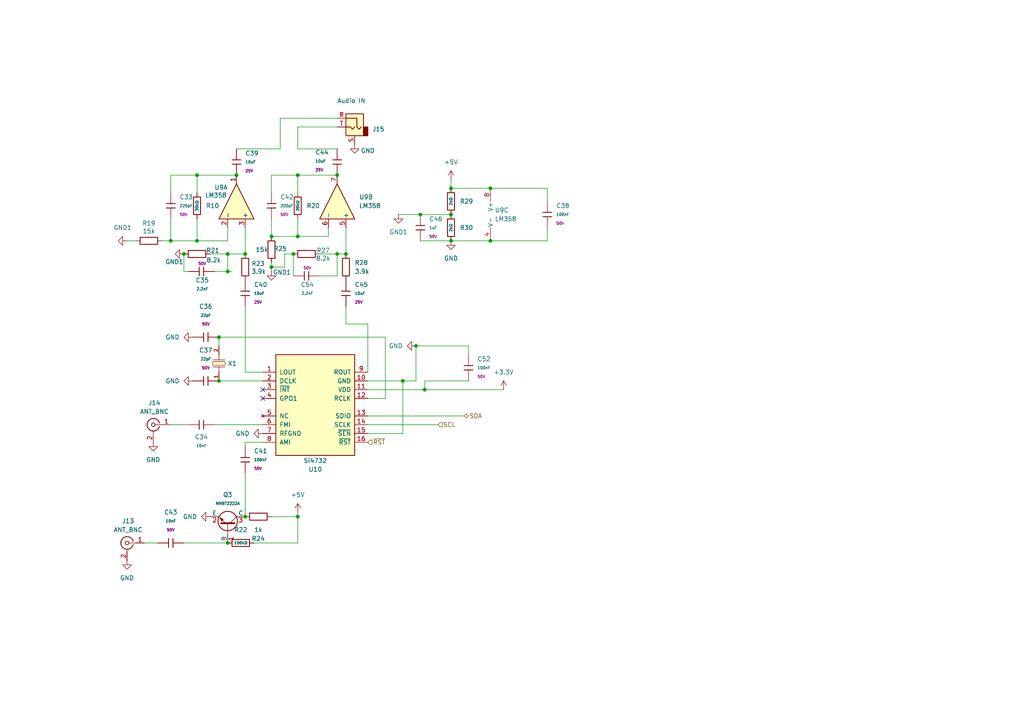
<source format=kicad_sch>
(kicad_sch (version 20250114) (generator "eeschema") (generator_version "9.0")
  (paper "A4")
  (junction (at 121.92 62.23))
  (junction (at 142.24 69.85))
  (junction (at 97.79 50.8))
  (junction (at 49.53 69.85))
  (junction (at 71.12 149.86))
  (junction (at 66.04 78.74))
  (junction (at 86.36 50.8))
  (junction (at 71.12 73.66))
  (junction (at 78.74 68.58))
  (junction (at 53.34 73.66))
  (junction (at 66.04 157.48))
  (junction (at 66.04 73.66))
  (junction (at 63.5 97.79))
  (junction (at 130.81 62.23))
  (junction (at 78.74 77.47))
  (junction (at 86.36 149.86))
  (junction (at 120.65 100.33))
  (junction (at 123.19 113.03))
  (junction (at 63.5 110.49))
  (junction (at 68.58 50.8))
  (junction (at 86.36 68.58))
  (junction (at 97.79 73.66))
  (junction (at 116.84 110.49))
  (junction (at 142.24 54.61))
  (junction (at 130.81 69.85))
  (junction (at 57.15 50.8))
  (junction (at 57.15 69.85))
  (junction (at 85.09 73.66))
  (junction (at 130.81 54.61))
  (junction (at 100.33 73.66))
  (no_connect (at 76.2 115.57))
  (no_connect (at 76.2 113.03))
  (wire (pts (xy 97.79 43.18) (xy 86.36 43.18)))
  (wire (pts (xy 130.81 52.07) (xy 130.81 54.61)))
  (wire (pts (xy 116.84 125.73) (xy 116.84 110.49)))
  (wire (pts (xy 76.2 128.27) (xy 71.12 128.27)))
  (wire (pts (xy 120.65 100.33) (xy 120.65 110.49)))
  (wire (pts (xy 78.74 76.2) (xy 78.74 77.47)))
  (wire (pts (xy 86.36 50.8) (xy 86.36 55.88)))
  (wire (pts (xy 71.12 137.16) (xy 71.12 149.86)))
  (wire (pts (xy 49.53 50.8) (xy 49.53 55.88)))
  (wire (pts (xy 76.2 110.49) (xy 63.5 110.49)))
  (wire (pts (xy 81.28 34.29) (xy 97.79 34.29)))
  (wire (pts (xy 71.12 129.54) (xy 71.12 128.27)))
  (wire (pts (xy 86.36 43.18) (xy 86.36 36.83)))
  (wire (pts (xy 53.34 157.48) (xy 66.04 157.48)))
  (wire (pts (xy 158.75 66.04) (xy 158.75 69.85)))
  (wire (pts (xy 106.68 93.98) (xy 100.33 93.98)))
  (wire (pts (xy 71.12 107.95) (xy 71.12 88.9)))
  (wire (pts (xy 71.12 107.95) (xy 76.2 107.95)))
  (wire (pts (xy 78.74 63.5) (xy 78.74 68.58)))
  (wire (pts (xy 78.74 68.58) (xy 86.36 68.58)))
  (wire (pts (xy 85.09 73.66) (xy 85.09 80.01)))
  (wire (pts (xy 123.19 113.03) (xy 146.05 113.03)))
  (wire (pts (xy 97.79 80.01) (xy 97.79 73.66)))
  (wire (pts (xy 57.15 69.85) (xy 66.04 69.85)))
  (wire (pts (xy 158.75 69.85) (xy 142.24 69.85)))
  (wire (pts (xy 106.68 123.19) (xy 127 123.19)))
  (wire (pts (xy 86.36 148.59) (xy 86.36 149.86)))
  (wire (pts (xy 57.15 50.8) (xy 57.15 55.88)))
  (wire (pts (xy 36.83 69.85) (xy 39.37 69.85)))
  (wire (pts (xy 66.04 73.66) (xy 71.12 73.66)))
  (wire (pts (xy 121.92 62.23) (xy 130.81 62.23)))
  (wire (pts (xy 78.74 149.86) (xy 86.36 149.86)))
  (wire (pts (xy 68.58 43.18) (xy 81.28 43.18)))
  (wire (pts (xy 57.15 63.5) (xy 57.15 69.85)))
  (wire (pts (xy 49.53 123.19) (xy 54.61 123.19)))
  (wire (pts (xy 130.81 69.85) (xy 142.24 69.85)))
  (wire (pts (xy 92.71 73.66) (xy 97.79 73.66)))
  (wire (pts (xy 49.53 69.85) (xy 57.15 69.85)))
  (wire (pts (xy 78.74 50.8) (xy 78.74 55.88)))
  (wire (pts (xy 106.68 125.73) (xy 116.84 125.73)))
  (wire (pts (xy 78.74 77.47) (xy 78.74 78.74)))
  (wire (pts (xy 41.91 157.48) (xy 45.72 157.48)))
  (wire (pts (xy 106.68 115.57) (xy 111.76 115.57)))
  (wire (pts (xy 62.23 123.19) (xy 76.2 123.19)))
  (wire (pts (xy 82.55 73.66) (xy 82.55 77.47)))
  (wire (pts (xy 95.25 66.04) (xy 95.25 68.58)))
  (wire (pts (xy 123.19 110.49) (xy 135.89 110.49)))
  (wire (pts (xy 97.79 73.66) (xy 100.33 73.66)))
  (wire (pts (xy 97.79 50.8) (xy 86.36 50.8)))
  (wire (pts (xy 106.68 113.03) (xy 123.19 113.03)))
  (wire (pts (xy 60.96 73.66) (xy 66.04 73.66)))
  (wire (pts (xy 66.04 78.74) (xy 67.31 78.74)))
  (wire (pts (xy 46.99 69.85) (xy 49.53 69.85)))
  (wire (pts (xy 120.65 110.49) (xy 116.84 110.49)))
  (wire (pts (xy 81.28 34.29) (xy 81.28 43.18)))
  (wire (pts (xy 68.58 50.8) (xy 57.15 50.8)))
  (wire (pts (xy 66.04 66.04) (xy 66.04 69.85)))
  (wire (pts (xy 111.76 115.57) (xy 111.76 97.79)))
  (wire (pts (xy 53.34 78.74) (xy 53.34 73.66)))
  (wire (pts (xy 86.36 157.48) (xy 73.66 157.48)))
  (wire (pts (xy 86.36 149.86) (xy 86.36 157.48)))
  (wire (pts (xy 158.75 54.61) (xy 142.24 54.61)))
  (wire (pts (xy 66.04 78.74) (xy 66.04 73.66)))
  (wire (pts (xy 57.15 50.8) (xy 49.53 50.8)))
  (wire (pts (xy 86.36 68.58) (xy 95.25 68.58)))
  (wire (pts (xy 86.36 63.5) (xy 86.36 68.58)))
  (wire (pts (xy 115.57 62.23) (xy 121.92 62.23)))
  (wire (pts (xy 106.68 110.49) (xy 116.84 110.49)))
  (wire (pts (xy 106.68 107.95) (xy 106.68 93.98)))
  (wire (pts (xy 121.92 69.85) (xy 130.81 69.85)))
  (wire (pts (xy 100.33 66.04) (xy 100.33 73.66)))
  (wire (pts (xy 82.55 77.47) (xy 78.74 77.47)))
  (wire (pts (xy 63.5 97.79) (xy 63.5 100.33)))
  (wire (pts (xy 62.23 78.74) (xy 66.04 78.74)))
  (wire (pts (xy 54.61 78.74) (xy 53.34 78.74)))
  (wire (pts (xy 135.89 100.33) (xy 135.89 102.87)))
  (wire (pts (xy 130.81 54.61) (xy 142.24 54.61)))
  (wire (pts (xy 92.71 80.01) (xy 97.79 80.01)))
  (wire (pts (xy 111.76 97.79) (xy 63.5 97.79)))
  (wire (pts (xy 71.12 66.04) (xy 71.12 73.66)))
  (wire (pts (xy 86.36 50.8) (xy 78.74 50.8)))
  (wire (pts (xy 106.68 120.65) (xy 134.62 120.65)))
  (wire (pts (xy 86.36 36.83) (xy 97.79 36.83)))
  (wire (pts (xy 123.19 110.49) (xy 123.19 113.03)))
  (wire (pts (xy 49.53 63.5) (xy 49.53 69.85)))
  (wire (pts (xy 120.65 100.33) (xy 135.89 100.33)))
  (wire (pts (xy 100.33 93.98) (xy 100.33 88.9)))
  (wire (pts (xy 158.75 58.42) (xy 158.75 54.61)))
  (wire (pts (xy 85.09 73.66) (xy 82.55 73.66)))
  (hierarchical_label "SDA" (shape bidirectional) (at 134.62 120.65 0))
  (hierarchical_label "~{RST}" (shape input) (at 106.68 128.27 0))
  (hierarchical_label "SCL" (shape input) (at 127 123.19 0))
  (symbol (lib_id "PCM_JLCPCB-Capacitors:0603,2.2nF") (at 58.42 78.74 270) (unit 1)
    (property "Reference" "C35" (at 58.674 81.28 90))
    (property "Value" "2.2nF" (at 58.674 83.82 90) (effects (font (size 0.8 0.8))))
    (property "Footprint" "PCM_JLCPCB:C_0603" (effects (hide yes)))
    (property "Datasheet" "https://www.lcsc.com/datasheet/lcsc_datasheet_2304140030_FH--Guangdong-Fenghua-Advanced-Tech-0603B222K500NT_C1604.pdf" (effects (hide yes)))
    (property "Description" "50V 2.2nF X7R ±10% 0603 Multilayer Ceramic Capacitors MLCC - SMD/SMT ROHS" (effects (hide yes)))
    (property "LCSC" "C1604" (effects (hide yes)))
    (property "Stock" "1065165" (effects (hide yes)))
    (property "Price" "0.006USD" (effects (hide yes)))
    (property "Process" "SMT" (effects (hide yes)))
    (property "Minimum Qty" "20" (effects (hide yes)))
    (property "Attrition Qty" "10" (effects (hide yes)))
    (property "Class" "Basic Component" (effects (hide yes)))
    (property "Category" "Capacitors,Multilayer Ceramic Capacitors MLCC - SMD/SMT" (effects (hide yes)))
    (property "Manufacturer" "FH(Guangdong Fenghua Advanced Tech)" (effects (hide yes)))
    (property "Part" "0603B222K500NT" (effects (hide yes)))
    (property "Voltage Rated" "50V" (at 58.674 76.454 90) (effects (font (size 0.8 0.8))))
    (property "Tolerance" "±10%" (effects (hide yes)))
    (property "Capacitance" "2.2nF" (effects (hide yes)))
    (property "Temperature Coefficient" "X7R" (effects (hide yes)))
  )
  (symbol (lib_id "Amplifier_Operational:LM358") (at 68.58 58.42 270) (mirror x) (unit 1)
    (property "Reference" "U9" (at 66.04 54.356 90) (effects (justify right)))
    (property "Value" "LM358" (at 65.786 56.642 90) (effects (justify right)))
    (property "Footprint" "Package_SO:SOP-8_3.9x4.9mm_P1.27mm" (effects (hide yes)))
    (property "Datasheet" "http://www.ti.com/lit/ds/symlink/lm2904-n.pdf" (effects (hide yes)))
    (property "Description" "Low-Power, Dual Operational Amplifiers, DIP-8/SOIC-8/TO-99-8" (effects (hide yes)))
  )
  (symbol (lib_id "PCM_JLCPCB-Capacitors:0603,22pF") (at 59.69 97.79 90) (unit 1)
    (property "Reference" "C36" (at 59.69 88.9 90))
    (property "Value" "22pF" (at 59.69 91.44 90) (effects (font (size 0.8 0.8))))
    (property "Footprint" "PCM_JLCPCB:C_0603" (effects (hide yes)))
    (property "Datasheet" "https://www.lcsc.com/datasheet/lcsc_datasheet_2304140030_Samsung-Electro-Mechanics-CL10C220JB8NNNC_C1653.pdf" (effects (hide yes)))
    (property "Description" "50V 22pF C0G ±5% 0603 Multilayer Ceramic Capacitors MLCC - SMD/SMT ROHS" (effects (hide yes)))
    (property "LCSC" "C1653" (effects (hide yes)))
    (property "Stock" "1904002" (effects (hide yes)))
    (property "Price" "0.007USD" (effects (hide yes)))
    (property "Process" "SMT" (effects (hide yes)))
    (property "Minimum Qty" "20" (effects (hide yes)))
    (property "Attrition Qty" "10" (effects (hide yes)))
    (property "Class" "Basic Component" (effects (hide yes)))
    (property "Category" "Capacitors,Multilayer Ceramic Capacitors MLCC - SMD/SMT" (effects (hide yes)))
    (property "Manufacturer" "Samsung Electro-Mechanics" (effects (hide yes)))
    (property "Part" "CL10C220JB8NNNC" (effects (hide yes)))
    (property "Voltage Rated" "50V" (at 59.69 93.98 90) (effects (font (size 0.8 0.8))))
    (property "Tolerance" "±5%" (effects (hide yes)))
    (property "Capacitance" "22pF" (effects (hide yes)))
    (property "Temperature Coefficient" "C0G" (effects (hide yes)))
  )
  (symbol (lib_id "Amplifier_Operational:LM358") (at 97.79 58.42 270) (mirror x) (unit 2)
    (property "Reference" "U9" (at 104.14 57.1499 90) (effects (justify left)))
    (property "Value" "LM358" (at 104.14 59.6899 90) (effects (justify left)))
    (property "Footprint" "Package_SO:SOP-8_3.9x4.9mm_P1.27mm" (effects (hide yes)))
    (property "Datasheet" "http://www.ti.com/lit/ds/symlink/lm2904-n.pdf" (effects (hide yes)))
    (property "Description" "Low-Power, Dual Operational Amplifiers, DIP-8/SOIC-8/TO-99-8" (effects (hide yes)))
  )
  (symbol (lib_id "Device:R") (at 78.74 72.39 0) (unit 1)
    (property "Reference" "R25" (at 81.28 72.136 0))
    (property "Value" "15k" (at 75.946 72.39 0))
    (property "Footprint" "Resistor_SMD:R_0805_2012Metric" (effects (hide yes)))
    (property "Description" "Resistor" (effects (hide yes)))
    (property "LCSC" "C17475" (effects (hide yes)))
  )
  (symbol (lib_id "power:GND") (at 55.88 110.49 270) (unit 1)
    (property "Reference" "#PWR077" (effects (hide yes)))
    (property "Value" "GND" (at 52.07 110.4901 90) (effects (justify right)))
    (property "Description" "Power symbol creates a global label with name \"GND\" , ground" (effects (hide yes)))
  )
  (symbol (lib_id "PCM_JLCPCB-Capacitors:0805,10uF") (at 97.79 46.99 0) (unit 1)
    (property "Reference" "C44" (at 91.44 44.196 0) (effects (justify left)))
    (property "Value" "10uF" (at 91.44 46.7361 0) (effects (font (size 0.8 0.8)) (justify left)))
    (property "Footprint" "PCM_JLCPCB:C_0805" (effects (hide yes)))
    (property "Datasheet" "https://www.lcsc.com/datasheet/lcsc_datasheet_2304140030_Samsung-Electro-Mechanics-CL21A106KAYNNNE_C15850.pdf" (effects (hide yes)))
    (property "Description" "25V 10uF X5R ±10% 0805 Multilayer Ceramic Capacitors MLCC - SMD/SMT ROHS" (effects (hide yes)))
    (property "LCSC" "C15850" (effects (hide yes)))
    (property "Stock" "8463195" (effects (hide yes)))
    (property "Price" "0.012USD" (effects (hide yes)))
    (property "Process" "SMT" (effects (hide yes)))
    (property "Minimum Qty" "20" (effects (hide yes)))
    (property "Attrition Qty" "10" (effects (hide yes)))
    (property "Class" "Basic Component" (effects (hide yes)))
    (property "Category" "Capacitors,Multilayer Ceramic Capacitors MLCC - SMD/SMT" (effects (hide yes)))
    (property "Manufacturer" "Samsung Electro-Mechanics" (effects (hide yes)))
    (property "Part" "CL21A106KAYNNNE" (effects (hide yes)))
    (property "Voltage Rated" "25V" (at 91.44 49.2761 0) (effects (font (size 0.8 0.8)) (justify left)))
    (property "Tolerance" "±10%" (effects (hide yes)))
    (property "Capacitance" "10uF" (effects (hide yes)))
    (property "Temperature Coefficient" "X5R" (effects (hide yes)))
  )
  (symbol (lib_id "PCM_JLCPCB-Capacitors:0603,100nF") (at 71.12 133.35 0) (unit 1)
    (property "Reference" "C41" (at 73.66 130.8099 0) (effects (justify left)))
    (property "Value" "100nF" (at 73.66 133.35 0) (effects (font (size 0.8 0.8)) (justify left)))
    (property "Footprint" "PCM_JLCPCB:C_0603" (effects (hide yes)))
    (property "Datasheet" "https://www.lcsc.com/datasheet/lcsc_datasheet_2211101700_YAGEO-CC0603KRX7R9BB104_C14663.pdf" (effects (hide yes)))
    (property "Description" "50V 100nF X7R ±10% 0603 Multilayer Ceramic Capacitors MLCC - SMD/SMT ROHS" (effects (hide yes)))
    (property "LCSC" "C14663" (effects (hide yes)))
    (property "Stock" "26955947" (effects (hide yes)))
    (property "Price" "0.006USD" (effects (hide yes)))
    (property "Process" "SMT" (effects (hide yes)))
    (property "Minimum Qty" "20" (effects (hide yes)))
    (property "Attrition Qty" "10" (effects (hide yes)))
    (property "Class" "Basic Component" (effects (hide yes)))
    (property "Category" "Capacitors,Multilayer Ceramic Capacitors MLCC - SMD/SMT" (effects (hide yes)))
    (property "Manufacturer" "YAGEO" (effects (hide yes)))
    (property "Part" "CC0603KRX7R9BB104" (effects (hide yes)))
    (property "Voltage Rated" "50V" (at 73.66 135.89 0) (effects (font (size 0.8 0.8)) (justify left)))
    (property "Tolerance" "±10%" (effects (hide yes)))
    (property "Capacitance" "100nF" (effects (hide yes)))
    (property "Temperature Coefficient" "X7R" (effects (hide yes)))
  )
  (symbol (lib_id "power:GND") (at 44.45 128.27 0) (unit 1)
    (property "Reference" "#PWR074" (effects (hide yes)))
    (property "Value" "GND" (at 44.45 133.35 0))
    (property "Description" "Power symbol creates a global label with name \"GND\" , ground" (effects (hide yes)))
  )
  (symbol (lib_id "PCM_JLCPCB-Capacitors:0805,10uF") (at 68.58 46.99 0) (unit 1)
    (property "Reference" "C39" (at 71.12 44.4499 0) (effects (justify left)))
    (property "Value" "10uF" (at 71.12 46.99 0) (effects (font (size 0.8 0.8)) (justify left)))
    (property "Footprint" "PCM_JLCPCB:C_0805" (effects (hide yes)))
    (property "Datasheet" "https://www.lcsc.com/datasheet/lcsc_datasheet_2304140030_Samsung-Electro-Mechanics-CL21A106KAYNNNE_C15850.pdf" (effects (hide yes)))
    (property "Description" "25V 10uF X5R ±10% 0805 Multilayer Ceramic Capacitors MLCC - SMD/SMT ROHS" (effects (hide yes)))
    (property "LCSC" "C15850" (effects (hide yes)))
    (property "Stock" "8463195" (effects (hide yes)))
    (property "Price" "0.012USD" (effects (hide yes)))
    (property "Process" "SMT" (effects (hide yes)))
    (property "Minimum Qty" "20" (effects (hide yes)))
    (property "Attrition Qty" "10" (effects (hide yes)))
    (property "Class" "Basic Component" (effects (hide yes)))
    (property "Category" "Capacitors,Multilayer Ceramic Capacitors MLCC - SMD/SMT" (effects (hide yes)))
    (property "Manufacturer" "Samsung Electro-Mechanics" (effects (hide yes)))
    (property "Part" "CL21A106KAYNNNE" (effects (hide yes)))
    (property "Voltage Rated" "25V" (at 71.12 49.53 0) (effects (font (size 0.8 0.8)) (justify left)))
    (property "Tolerance" "±10%" (effects (hide yes)))
    (property "Capacitance" "10uF" (effects (hide yes)))
    (property "Temperature Coefficient" "X5R" (effects (hide yes)))
  )
  (symbol (lib_id "Device:R") (at 100.33 77.47 180) (unit 1)
    (property "Reference" "R28" (at 102.87 76.1999 0) (effects (justify right)))
    (property "Value" "3.9k" (at 102.87 78.7399 0) (effects (justify right)))
    (property "Footprint" "Resistor_SMD:R_0805_2012Metric" (effects (hide yes)))
    (property "Description" "Resistor" (effects (hide yes)))
    (property "LCSC" "C17614" (effects (hide yes)))
  )
  (symbol (lib_id "power:GND") (at 36.83 69.85 270) (unit 1)
    (property "Reference" "#PWR072" (effects (hide yes)))
    (property "Value" "GND1" (at 35.56 66.04 90))
    (property "Description" "Power symbol creates a global label with name \"GND\" , ground" (effects (hide yes)))
  )
  (symbol (lib_id "PCM_JLCPCB-Capacitors:0603,22pF") (at 59.69 110.49 270) (unit 1)
    (property "Reference" "C37" (at 59.69 101.6 90))
    (property "Value" "22pF" (at 59.69 104.14 90) (effects (font (size 0.8 0.8))))
    (property "Footprint" "PCM_JLCPCB:C_0603" (effects (hide yes)))
    (property "Datasheet" "https://www.lcsc.com/datasheet/lcsc_datasheet_2304140030_Samsung-Electro-Mechanics-CL10C220JB8NNNC_C1653.pdf" (effects (hide yes)))
    (property "Description" "50V 22pF C0G ±5% 0603 Multilayer Ceramic Capacitors MLCC - SMD/SMT ROHS" (effects (hide yes)))
    (property "LCSC" "C1653" (effects (hide yes)))
    (property "Stock" "1904002" (effects (hide yes)))
    (property "Price" "0.007USD" (effects (hide yes)))
    (property "Process" "SMT" (effects (hide yes)))
    (property "Minimum Qty" "20" (effects (hide yes)))
    (property "Attrition Qty" "10" (effects (hide yes)))
    (property "Class" "Basic Component" (effects (hide yes)))
    (property "Category" "Capacitors,Multilayer Ceramic Capacitors MLCC - SMD/SMT" (effects (hide yes)))
    (property "Manufacturer" "Samsung Electro-Mechanics" (effects (hide yes)))
    (property "Part" "CL10C220JB8NNNC" (effects (hide yes)))
    (property "Voltage Rated" "50V" (at 59.69 106.68 90) (effects (font (size 0.8 0.8))))
    (property "Tolerance" "±5%" (effects (hide yes)))
    (property "Capacitance" "22pF" (effects (hide yes)))
    (property "Temperature Coefficient" "C0G" (effects (hide yes)))
  )
  (symbol (lib_id "Device:R") (at 88.9 73.66 270) (unit 1)
    (property "Reference" "R27" (at 93.726 72.644 90))
    (property "Value" "8.2k" (at 93.726 74.93 90))
    (property "Footprint" "Resistor_SMD:R_0805_2012Metric" (effects (hide yes)))
    (property "Description" "Resistor" (effects (hide yes)))
    (property "LCSC" "C17828" (effects (hide yes)))
  )
  (symbol (lib_id "power:GND") (at 120.65 100.33 270) (unit 1)
    (property "Reference" "#PWR084" (effects (hide yes)))
    (property "Value" "GND" (at 116.84 100.3299 90) (effects (justify right)))
    (property "Description" "Power symbol creates a global label with name \"GND\" , ground" (effects (hide yes)))
  )
  (symbol (lib_id "Amplifier_Operational:LM358") (at 139.7 62.23 0) (mirror y) (unit 3)
    (property "Reference" "U9" (at 143.51 60.9599 0) (effects (justify right)))
    (property "Value" "LM358" (at 143.51 63.4999 0) (effects (justify right)))
    (property "Footprint" "Package_SO:SOP-8_3.9x4.9mm_P1.27mm" (effects (hide yes)))
    (property "Datasheet" "http://www.ti.com/lit/ds/symlink/lm2904-n.pdf" (effects (hide yes)))
    (property "Description" "Low-Power, Dual Operational Amplifiers, DIP-8/SOIC-8/TO-99-8" (effects (hide yes)))
  )
  (symbol (lib_id "PCM_JLCPCB-Capacitors:0805,10uF") (at 100.33 85.09 0) (unit 1)
    (property "Reference" "C45" (at 102.87 82.5499 0) (effects (justify left)))
    (property "Value" "10uF" (at 102.87 85.09 0) (effects (font (size 0.8 0.8)) (justify left)))
    (property "Footprint" "PCM_JLCPCB:C_0805" (effects (hide yes)))
    (property "Datasheet" "https://www.lcsc.com/datasheet/lcsc_datasheet_2304140030_Samsung-Electro-Mechanics-CL21A106KAYNNNE_C15850.pdf" (effects (hide yes)))
    (property "Description" "25V 10uF X5R ±10% 0805 Multilayer Ceramic Capacitors MLCC - SMD/SMT ROHS" (effects (hide yes)))
    (property "LCSC" "C15850" (effects (hide yes)))
    (property "Stock" "8463195" (effects (hide yes)))
    (property "Price" "0.012USD" (effects (hide yes)))
    (property "Process" "SMT" (effects (hide yes)))
    (property "Minimum Qty" "20" (effects (hide yes)))
    (property "Attrition Qty" "10" (effects (hide yes)))
    (property "Class" "Basic Component" (effects (hide yes)))
    (property "Category" "Capacitors,Multilayer Ceramic Capacitors MLCC - SMD/SMT" (effects (hide yes)))
    (property "Manufacturer" "Samsung Electro-Mechanics" (effects (hide yes)))
    (property "Part" "CL21A106KAYNNNE" (effects (hide yes)))
    (property "Voltage Rated" "25V" (at 102.87 87.63 0) (effects (font (size 0.8 0.8)) (justify left)))
    (property "Tolerance" "±10%" (effects (hide yes)))
    (property "Capacitance" "10uF" (effects (hide yes)))
    (property "Temperature Coefficient" "X5R" (effects (hide yes)))
  )
  (symbol (lib_id "PCM_JLCPCB-Resistors:0603,39kΩ") (at 86.36 59.69 0) (unit 1)
    (property "Reference" "R20" (at 88.9 59.6899 0) (effects (justify left)))
    (property "Value" "39kΩ" (at 86.36 59.69 90) (effects (font (size 0.8 0.8))))
    (property "Footprint" "PCM_JLCPCB:R_0603" (effects (hide yes)))
    (property "Datasheet" "https://www.lcsc.com/datasheet/lcsc_datasheet_2206010116_UNI-ROYAL-Uniroyal-Elec-0603WAF3902T5E_C23153.pdf" (effects (hide yes)))
    (property "Description" "100mW Thick Film Resistors 75V ±100ppm/°C ±1% 39kΩ 0603 Chip Resistor - Surface Mount ROHS" (effects (hide yes)))
    (property "LCSC" "C23153" (effects (hide yes)))
    (property "Stock" "647000" (effects (hide yes)))
    (property "Price" "0.004USD" (effects (hide yes)))
    (property "Process" "SMT" (effects (hide yes)))
    (property "Minimum Qty" "20" (effects (hide yes)))
    (property "Attrition Qty" "10" (effects (hide yes)))
    (property "Class" "Basic Component" (effects (hide yes)))
    (property "Category" "Resistors,Chip Resistor - Surface Mount" (effects (hide yes)))
    (property "Manufacturer" "UNI-ROYAL(Uniroyal Elec)" (effects (hide yes)))
    (property "Part" "0603WAF3902T5E" (effects (hide yes)))
    (property "Resistance" "39kΩ" (effects (hide yes)))
    (property "Power(Watts)" "100mW" (effects (hide yes)))
    (property "Type" "Thick Film Resistors" (effects (hide yes)))
    (property "Overload Voltage (Max)" "75V" (effects (hide yes)))
    (property "Operating Temperature Range" "-55°C~+155°C" (effects (hide yes)))
    (property "Tolerance" "±1%" (effects (hide yes)))
    (property "Temperature Coefficient" "±100ppm/°C" (effects (hide yes)))
  )
  (symbol (lib_id "power:GND") (at 76.2 125.73 270) (unit 1)
    (property "Reference" "#PWR079" (effects (hide yes)))
    (property "Value" "GND" (at 72.39 125.7301 90) (effects (justify right)))
    (property "Description" "Power symbol creates a global label with name \"GND\" , ground" (effects (hide yes)))
  )
  (symbol (lib_id "PCM_JLCPCB-Capacitors:0603,100nF") (at 158.75 62.23 0) (unit 1)
    (property "Reference" "C38" (at 161.29 59.6899 0) (effects (justify left)))
    (property "Value" "100nF" (at 161.29 62.23 0) (effects (font (size 0.8 0.8)) (justify left)))
    (property "Footprint" "PCM_JLCPCB:C_0603" (effects (hide yes)))
    (property "Datasheet" "https://www.lcsc.com/datasheet/lcsc_datasheet_2211101700_YAGEO-CC0603KRX7R9BB104_C14663.pdf" (effects (hide yes)))
    (property "Description" "50V 100nF X7R ±10% 0603 Multilayer Ceramic Capacitors MLCC - SMD/SMT ROHS" (effects (hide yes)))
    (property "LCSC" "C14663" (effects (hide yes)))
    (property "Stock" "26955947" (effects (hide yes)))
    (property "Price" "0.006USD" (effects (hide yes)))
    (property "Process" "SMT" (effects (hide yes)))
    (property "Minimum Qty" "20" (effects (hide yes)))
    (property "Attrition Qty" "10" (effects (hide yes)))
    (property "Class" "Basic Component" (effects (hide yes)))
    (property "Category" "Capacitors,Multilayer Ceramic Capacitors MLCC - SMD/SMT" (effects (hide yes)))
    (property "Manufacturer" "YAGEO" (effects (hide yes)))
    (property "Part" "CC0603KRX7R9BB104" (effects (hide yes)))
    (property "Voltage Rated" "50V" (at 161.29 64.77 0) (effects (font (size 0.8 0.8)) (justify left)))
    (property "Tolerance" "±10%" (effects (hide yes)))
    (property "Capacitance" "100nF" (effects (hide yes)))
    (property "Temperature Coefficient" "X7R" (effects (hide yes)))
  )
  (symbol (lib_id "power:GND") (at 36.83 162.56 0) (unit 1)
    (property "Reference" "#PWR073" (effects (hide yes)))
    (property "Value" "GND" (at 36.83 167.64 0))
    (property "Description" "Power symbol creates a global label with name \"GND\" , ground" (effects (hide yes)))
  )
  (symbol (lib_id "power:+3.3V") (at 146.05 113.03 0) (unit 1)
    (property "Reference" "#PWR087" (effects (hide yes)))
    (property "Value" "+3.3V" (at 146.05 107.95 0))
    (property "Description" "Power symbol creates a global label with name \"+3.3V\"" (effects (hide yes)))
  )
  (symbol (lib_id "PCM_JLCPCB-Capacitors:0805,10uF") (at 71.12 85.09 0) (unit 1)
    (property "Reference" "C40" (at 73.66 82.5499 0) (effects (justify left)))
    (property "Value" "10uF" (at 73.66 85.09 0) (effects (font (size 0.8 0.8)) (justify left)))
    (property "Footprint" "PCM_JLCPCB:C_0805" (effects (hide yes)))
    (property "Datasheet" "https://www.lcsc.com/datasheet/lcsc_datasheet_2304140030_Samsung-Electro-Mechanics-CL21A106KAYNNNE_C15850.pdf" (effects (hide yes)))
    (property "Description" "25V 10uF X5R ±10% 0805 Multilayer Ceramic Capacitors MLCC - SMD/SMT ROHS" (effects (hide yes)))
    (property "LCSC" "C15850" (effects (hide yes)))
    (property "Stock" "8463195" (effects (hide yes)))
    (property "Price" "0.012USD" (effects (hide yes)))
    (property "Process" "SMT" (effects (hide yes)))
    (property "Minimum Qty" "20" (effects (hide yes)))
    (property "Attrition Qty" "10" (effects (hide yes)))
    (property "Class" "Basic Component" (effects (hide yes)))
    (property "Category" "Capacitors,Multilayer Ceramic Capacitors MLCC - SMD/SMT" (effects (hide yes)))
    (property "Manufacturer" "Samsung Electro-Mechanics" (effects (hide yes)))
    (property "Part" "CL21A106KAYNNNE" (effects (hide yes)))
    (property "Voltage Rated" "25V" (at 73.66 87.63 0) (effects (font (size 0.8 0.8)) (justify left)))
    (property "Tolerance" "±10%" (effects (hide yes)))
    (property "Capacitance" "10uF" (effects (hide yes)))
    (property "Temperature Coefficient" "X5R" (effects (hide yes)))
  )
  (symbol (lib_id "power:+5V") (at 86.36 148.59 0) (unit 1)
    (property "Reference" "#PWR081" (effects (hide yes)))
    (property "Value" "+5V" (at 86.36 143.51 0))
    (property "Description" "Power symbol creates a global label with name \"+5V\"" (effects (hide yes)))
  )
  (symbol (lib_id "power:GND") (at 53.34 73.66 270) (unit 1)
    (property "Reference" "#PWR075" (effects (hide yes)))
    (property "Value" "GND1" (at 50.546 75.946 90))
    (property "Description" "Power symbol creates a global label with name \"GND\" , ground" (effects (hide yes)))
  )
  (symbol (lib_id "PCM_JLCPCB-Resistors:0603,100kΩ") (at 69.85 157.48 90) (unit 1)
    (property "Reference" "R22" (at 69.85 153.67 90))
    (property "Value" "100kΩ" (at 69.85 157.48 90) (effects (font (size 0.8 0.8))))
    (property "Footprint" "PCM_JLCPCB:R_0603" (effects (hide yes)))
    (property "Datasheet" "https://www.lcsc.com/datasheet/lcsc_datasheet_2206010045_UNI-ROYAL-Uniroyal-Elec-0603WAF1003T5E_C25803.pdf" (effects (hide yes)))
    (property "Description" "100mW Thick Film Resistors 75V ±100ppm/°C ±1% 100kΩ 0603 Chip Resistor - Surface Mount ROHS" (effects (hide yes)))
    (property "LCSC" "C25803" (effects (hide yes)))
    (property "Stock" "6801274" (effects (hide yes)))
    (property "Price" "0.004USD" (effects (hide yes)))
    (property "Process" "SMT" (effects (hide yes)))
    (property "Minimum Qty" "20" (effects (hide yes)))
    (property "Attrition Qty" "10" (effects (hide yes)))
    (property "Class" "Basic Component" (effects (hide yes)))
    (property "Category" "Resistors,Chip Resistor - Surface Mount" (effects (hide yes)))
    (property "Manufacturer" "UNI-ROYAL(Uniroyal Elec)" (effects (hide yes)))
    (property "Part" "0603WAF1003T5E" (effects (hide yes)))
    (property "Resistance" "100kΩ" (effects (hide yes)))
    (property "Power(Watts)" "100mW" (effects (hide yes)))
    (property "Type" "Thick Film Resistors" (effects (hide yes)))
    (property "Overload Voltage (Max)" "75V" (effects (hide yes)))
    (property "Operating Temperature Range" "-55°C~+155°C" (effects (hide yes)))
    (property "Tolerance" "±1%" (effects (hide yes)))
    (property "Temperature Coefficient" "±100ppm/°C" (effects (hide yes)))
  )
  (symbol (lib_id "power:GND") (at 115.57 62.23 0) (unit 1)
    (property "Reference" "#PWR083" (effects (hide yes)))
    (property "Value" "GND1" (at 115.57 67.31 0))
    (property "Description" "Power symbol creates a global label with name \"GND\" , ground" (effects (hide yes)))
  )
  (symbol (lib_id "Device:R") (at 43.18 69.85 270) (unit 1)
    (property "Reference" "R19" (at 43.18 64.77 90))
    (property "Value" "15k" (at 43.18 67.056 90))
    (property "Footprint" "Resistor_SMD:R_0805_2012Metric" (effects (hide yes)))
    (property "Description" "Resistor" (effects (hide yes)))
    (property "LCSC" " C17475" (effects (hide yes)))
  )
  (symbol (lib_id "PCM_JLCPCB-Capacitors:0603,2.2nF") (at 88.9 80.01 270) (unit 1)
    (property "Reference" "C54" (at 89.154 82.55 90))
    (property "Value" "2.2nF" (at 89.154 85.09 90) (effects (font (size 0.8 0.8))))
    (property "Footprint" "PCM_JLCPCB:C_0603" (effects (hide yes)))
    (property "Datasheet" "https://www.lcsc.com/datasheet/lcsc_datasheet_2304140030_FH--Guangdong-Fenghua-Advanced-Tech-0603B222K500NT_C1604.pdf" (effects (hide yes)))
    (property "Description" "50V 2.2nF X7R ±10% 0603 Multilayer Ceramic Capacitors MLCC - SMD/SMT ROHS" (effects (hide yes)))
    (property "LCSC" "C1604" (effects (hide yes)))
    (property "Stock" "1065165" (effects (hide yes)))
    (property "Price" "0.006USD" (effects (hide yes)))
    (property "Process" "SMT" (effects (hide yes)))
    (property "Minimum Qty" "20" (effects (hide yes)))
    (property "Attrition Qty" "10" (effects (hide yes)))
    (property "Class" "Basic Component" (effects (hide yes)))
    (property "Category" "Capacitors,Multilayer Ceramic Capacitors MLCC - SMD/SMT" (effects (hide yes)))
    (property "Manufacturer" "FH(Guangdong Fenghua Advanced Tech)" (effects (hide yes)))
    (property "Part" "0603B222K500NT" (effects (hide yes)))
    (property "Voltage Rated" "50V" (at 89.154 77.724 90) (effects (font (size 0.8 0.8))))
    (property "Tolerance" "±10%" (effects (hide yes)))
    (property "Capacitance" "2.2nF" (effects (hide yes)))
    (property "Temperature Coefficient" "X7R" (effects (hide yes)))
  )
  (symbol (lib_id "Connector:Conn_Coaxial") (at 44.45 123.19 0) (mirror y) (unit 1)
    (property "Reference" "J14" (at 44.7674 116.84 0))
    (property "Value" "ANT_BNC" (at 44.7674 119.38 0))
    (property "Footprint" "Connector_Coaxial:BNC_TEConnectivity_1478204_Vertical" (effects (hide yes)))
  )
  (symbol (lib_id "PCM_JLCPCB-Transistors:NPN,MMBT2222A") (at 66.04 152.4 270) (mirror x) (unit 1)
    (property "Reference" "Q3" (at 66.04 143.51 90))
    (property "Value" "MMBT2222A" (at 66.04 146.05 90) (effects (font (size 0.8 0.8))))
    (property "Footprint" "PCM_JLCPCB:Q_SOT-23" (effects (hide yes)))
    (property "Datasheet" "https://wmsc.lcsc.com/wmsc/upload/file/pdf/v2/lcsc/2312221203_hongjiacheng-MMBT2222A_C7420351.pdf" (effects (hide yes)))
    (property "Description" "40V 300mW 100@150mA,10V 600mA NPN SOT-23 Bipolar (BJT) ROHS" (effects (hide yes)))
    (property "LCSC" "C7420351" (effects (hide yes)))
    (property "Stock" "164032" (effects (hide yes)))
    (property "Price" "0.017USD" (effects (hide yes)))
    (property "Process" "SMT" (effects (hide yes)))
    (property "Minimum Qty" "10" (effects (hide yes)))
    (property "Attrition Qty" "5" (effects (hide yes)))
    (property "Class" "Preferred Component" (effects (hide yes)))
    (property "Category" "Triode/MOS Tube/Transistor,Bipolar Transistors - BJT" (effects (hide yes)))
    (property "Manufacturer" "hongjiacheng" (effects (hide yes)))
    (property "Part" "MMBT2222A" (effects (hide yes)))
    (property "Transition Frequency (fT)" "300MHz" (effects (hide yes)))
    (property "Operating Temperature" "-55°C~+150°C" (effects (hide yes)))
    (property "Collector Cut-Off Current (Icbo)" "0.1uA" (effects (hide yes)))
    (property "Transistor Type" "NPN" (effects (hide yes)))
    (property "DC Current Gain (hFE@Ic,Vce)" "100@150mA,10V" (effects (hide yes)))
    (property "Power Dissipation (Pd)" "300mW" (effects (hide yes)))
    (property "Collector Current (Ic)" "600mA" (effects (hide yes)))
    (property "Collector-Emitter Saturation Voltage (VCE(sat)@Ic,Ib)" "0.3V@800mA,80mA" (effects (hide yes)))
    (property "Collector-Emitter Breakdown Voltage (Vceo)" "null" (effects (hide yes)))
  )
  (symbol (lib_id "power:GND") (at 55.88 97.79 270) (unit 1)
    (property "Reference" "#PWR076" (effects (hide yes)))
    (property "Value" "GND" (at 52.07 97.7901 90) (effects (justify right)))
    (property "Description" "Power symbol creates a global label with name \"GND\" , ground" (effects (hide yes)))
  )
  (symbol (lib_id "power:GND") (at 60.96 149.86 270) (unit 1)
    (property "Reference" "#PWR078" (effects (hide yes)))
    (property "Value" "GND" (at 57.15 149.8601 90) (effects (justify right)))
    (property "Description" "Power symbol creates a global label with name \"GND\" , ground" (effects (hide yes)))
  )
  (symbol (lib_id "PCM_JLCPCB-Capacitors:0805,1uF") (at 121.92 66.04 0) (unit 1)
    (property "Reference" "C46" (at 124.46 63.4999 0) (effects (justify left)))
    (property "Value" "1uF" (at 124.46 66.04 0) (effects (font (size 0.8 0.8)) (justify left)))
    (property "Footprint" "PCM_JLCPCB:C_0805" (effects (hide yes)))
    (property "Datasheet" "https://www.lcsc.com/datasheet/lcsc_datasheet_2304140030_Samsung-Electro-Mechanics-CL21B105KBFNNNE_C28323.pdf" (effects (hide yes)))
    (property "Description" "50V 1uF X7R ±10% 0805 Multilayer Ceramic Capacitors MLCC - SMD/SMT ROHS" (effects (hide yes)))
    (property "LCSC" "C28323" (effects (hide yes)))
    (property "Stock" "3839808" (effects (hide yes)))
    (property "Price" "0.011USD" (effects (hide yes)))
    (property "Process" "SMT" (effects (hide yes)))
    (property "Minimum Qty" "20" (effects (hide yes)))
    (property "Attrition Qty" "6" (effects (hide yes)))
    (property "Class" "Basic Component" (effects (hide yes)))
    (property "Category" "Capacitors,Multilayer Ceramic Capacitors MLCC - SMD/SMT" (effects (hide yes)))
    (property "Manufacturer" "Samsung Electro-Mechanics" (effects (hide yes)))
    (property "Part" "CL21B105KBFNNNE" (effects (hide yes)))
    (property "Voltage Rated" "50V" (at 124.46 68.58 0) (effects (font (size 0.8 0.8)) (justify left)))
    (property "Tolerance" "±10%" (effects (hide yes)))
    (property "Capacitance" "1uF" (effects (hide yes)))
    (property "Temperature Coefficient" "X7R" (effects (hide yes)))
  )
  (symbol (lib_name "Si4735-D60-GU_1") (lib_id "RF_AM_FM:Si4735-D60-GU") (at 91.44 115.57 0) (unit 1)
    (property "Reference" "U10" (at 91.44 136.144 0))
    (property "Value" "Si4732" (at 91.44 133.604 0))
    (property "Footprint" "Package_SO:SOIC-16_3.9x9.9mm_P1.27mm" (effects (hide yes)))
    (property "Datasheet" "https://wmsc.lcsc.com/wmsc/upload/file/pdf/v2/lcsc/2202032030_SKYWORKS-SILICON-LABS-SI4732-A10-GSR_C2155558.pdf" (effects (hide yes)))
    (property "Description" "AM/FM/SW/LW Broadcast Radio Receiver with RDS/RBDS" (effects (hide yes)))
    (property "LCSC" "C2155558" (effects (hide yes)))
  )
  (symbol (lib_id "PCM_JLCPCB-Resistors:0805,2kΩ") (at 130.81 58.42 0) (unit 1)
    (property "Reference" "R29" (at 133.35 58.4199 0) (effects (justify left)))
    (property "Value" "2kΩ" (at 130.81 58.42 90) (effects (font (size 0.8 0.8))))
    (property "Footprint" "PCM_JLCPCB:R_0805" (effects (hide yes)))
    (property "Datasheet" "https://www.lcsc.com/datasheet/lcsc_datasheet_2206010200_UNI-ROYAL-Uniroyal-Elec-0805W8F2001T5E_C17604.pdf" (effects (hide yes)))
    (property "Description" "125mW Thick Film Resistors 150V ±100ppm/°C ±1% 2kΩ 0805 Chip Resistor - Surface Mount ROHS" (effects (hide yes)))
    (property "LCSC" "C17604" (effects (hide yes)))
    (property "Stock" "1189551" (effects (hide yes)))
    (property "Price" "0.005USD" (effects (hide yes)))
    (property "Process" "SMT" (effects (hide yes)))
    (property "Minimum Qty" "20" (effects (hide yes)))
    (property "Attrition Qty" "10" (effects (hide yes)))
    (property "Class" "Basic Component" (effects (hide yes)))
    (property "Category" "Resistors,Chip Resistor - Surface Mount" (effects (hide yes)))
    (property "Manufacturer" "UNI-ROYAL(Uniroyal Elec)" (effects (hide yes)))
    (property "Part" "0805W8F2001T5E" (effects (hide yes)))
    (property "Resistance" "2kΩ" (effects (hide yes)))
    (property "Power(Watts)" "125mW" (effects (hide yes)))
    (property "Type" "Thick Film Resistors" (effects (hide yes)))
    (property "Overload Voltage (Max)" "150V" (effects (hide yes)))
    (property "Operating Temperature Range" "-55°C~+155°C" (effects (hide yes)))
    (property "Tolerance" "±1%" (effects (hide yes)))
    (property "Temperature Coefficient" "±100ppm/°C" (effects (hide yes)))
  )
  (symbol (lib_id "PCM_JLCPCB-Resistors:0603,39kΩ") (at 57.15 59.69 0) (unit 1)
    (property "Reference" "R10" (at 59.69 59.6899 0) (effects (justify left)))
    (property "Value" "39kΩ" (at 57.15 59.69 90) (effects (font (size 0.8 0.8))))
    (property "Footprint" "PCM_JLCPCB:R_0603" (effects (hide yes)))
    (property "Datasheet" "https://www.lcsc.com/datasheet/lcsc_datasheet_2206010116_UNI-ROYAL-Uniroyal-Elec-0603WAF3902T5E_C23153.pdf" (effects (hide yes)))
    (property "Description" "100mW Thick Film Resistors 75V ±100ppm/°C ±1% 39kΩ 0603 Chip Resistor - Surface Mount ROHS" (effects (hide yes)))
    (property "LCSC" "C23153" (effects (hide yes)))
    (property "Stock" "647000" (effects (hide yes)))
    (property "Price" "0.004USD" (effects (hide yes)))
    (property "Process" "SMT" (effects (hide yes)))
    (property "Minimum Qty" "20" (effects (hide yes)))
    (property "Attrition Qty" "10" (effects (hide yes)))
    (property "Class" "Basic Component" (effects (hide yes)))
    (property "Category" "Resistors,Chip Resistor - Surface Mount" (effects (hide yes)))
    (property "Manufacturer" "UNI-ROYAL(Uniroyal Elec)" (effects (hide yes)))
    (property "Part" "0603WAF3902T5E" (effects (hide yes)))
    (property "Resistance" "39kΩ" (effects (hide yes)))
    (property "Power(Watts)" "100mW" (effects (hide yes)))
    (property "Type" "Thick Film Resistors" (effects (hide yes)))
    (property "Overload Voltage (Max)" "75V" (effects (hide yes)))
    (property "Operating Temperature Range" "-55°C~+155°C" (effects (hide yes)))
    (property "Tolerance" "±1%" (effects (hide yes)))
    (property "Temperature Coefficient" "±100ppm/°C" (effects (hide yes)))
  )
  (symbol (lib_id "PCM_JLCPCB-Capacitors:0805,220pF") (at 49.53 59.69 0) (unit 1)
    (property "Reference" "C33" (at 52.07 57.1499 0) (effects (justify left)))
    (property "Value" "220pF" (at 52.07 59.69 0) (effects (font (size 0.8 0.8)) (justify left)))
    (property "Footprint" "PCM_JLCPCB:C_0805" (effects (hide yes)))
    (property "Datasheet" "https://www.lcsc.com/datasheet/lcsc_datasheet_2304140030_YAGEO-CC0805KRX7R9BB221_C107145.pdf" (effects (hide yes)))
    (property "Description" "50V 220pF X7R ±10% 0805 Multilayer Ceramic Capacitors MLCC - SMD/SMT ROHS" (effects (hide yes)))
    (property "LCSC" "C107145" (effects (hide yes)))
    (property "Stock" "114732" (effects (hide yes)))
    (property "Price" "0.008USD" (effects (hide yes)))
    (property "Process" "SMT" (effects (hide yes)))
    (property "Minimum Qty" "20" (effects (hide yes)))
    (property "Attrition Qty" "10" (effects (hide yes)))
    (property "Class" "Basic Component" (effects (hide yes)))
    (property "Category" "Capacitors,Multilayer Ceramic Capacitors MLCC - SMD/SMT" (effects (hide yes)))
    (property "Manufacturer" "YAGEO" (effects (hide yes)))
    (property "Part" "CC0805KRX7R9BB221" (effects (hide yes)))
    (property "Voltage Rated" "50V" (at 52.07 62.23 0) (effects (font (size 0.8 0.8)) (justify left)))
    (property "Tolerance" "±10%" (effects (hide yes)))
    (property "Capacitance" "220pF" (effects (hide yes)))
    (property "Temperature Coefficient" "X7R" (effects (hide yes)))
  )
  (symbol (lib_id "PCM_JLCPCB-Resistors:0805,2kΩ") (at 130.81 66.04 0) (unit 1)
    (property "Reference" "R30" (at 133.35 66.0399 0) (effects (justify left)))
    (property "Value" "2kΩ" (at 130.81 66.04 90) (effects (font (size 0.8 0.8))))
    (property "Footprint" "PCM_JLCPCB:R_0805" (effects (hide yes)))
    (property "Datasheet" "https://www.lcsc.com/datasheet/lcsc_datasheet_2206010200_UNI-ROYAL-Uniroyal-Elec-0805W8F2001T5E_C17604.pdf" (effects (hide yes)))
    (property "Description" "125mW Thick Film Resistors 150V ±100ppm/°C ±1% 2kΩ 0805 Chip Resistor - Surface Mount ROHS" (effects (hide yes)))
    (property "LCSC" "C17604" (effects (hide yes)))
    (property "Stock" "1189551" (effects (hide yes)))
    (property "Price" "0.005USD" (effects (hide yes)))
    (property "Process" "SMT" (effects (hide yes)))
    (property "Minimum Qty" "20" (effects (hide yes)))
    (property "Attrition Qty" "10" (effects (hide yes)))
    (property "Class" "Basic Component" (effects (hide yes)))
    (property "Category" "Resistors,Chip Resistor - Surface Mount" (effects (hide yes)))
    (property "Manufacturer" "UNI-ROYAL(Uniroyal Elec)" (effects (hide yes)))
    (property "Part" "0805W8F2001T5E" (effects (hide yes)))
    (property "Resistance" "2kΩ" (effects (hide yes)))
    (property "Power(Watts)" "125mW" (effects (hide yes)))
    (property "Type" "Thick Film Resistors" (effects (hide yes)))
    (property "Overload Voltage (Max)" "150V" (effects (hide yes)))
    (property "Operating Temperature Range" "-55°C~+155°C" (effects (hide yes)))
    (property "Tolerance" "±1%" (effects (hide yes)))
    (property "Temperature Coefficient" "±100ppm/°C" (effects (hide yes)))
  )
  (symbol (lib_id "PCM_JLCPCB-Capacitors:0603,10nF") (at 58.42 123.19 90) (unit 1)
    (property "Reference" "C34" (at 58.42 126.746 90))
    (property "Value" "10nF" (at 58.42 129.286 90) (effects (font (size 0.8 0.8))))
    (property "Footprint" "PCM_JLCPCB:C_0603" (effects (hide yes)))
    (property "Datasheet" "https://www.lcsc.com/datasheet/lcsc_datasheet_2304140030_FH--Guangdong-Fenghua-Advanced-Tech-0603B103K500NT_C57112.pdf" (effects (hide yes)))
    (property "Description" "50V 10nF X7R ±10% 0603 Multilayer Ceramic Capacitors MLCC - SMD/SMT ROHS" (effects (hide yes)))
    (property "LCSC" "C57112" (effects (hide yes)))
    (property "Stock" "4766548" (effects (hide yes)))
    (property "Price" "0.006USD" (effects (hide yes)))
    (property "Process" "SMT" (effects (hide yes)))
    (property "Minimum Qty" "20" (effects (hide yes)))
    (property "Attrition Qty" "6" (effects (hide yes)))
    (property "Class" "Basic Component" (effects (hide yes)))
    (property "Category" "Capacitors,Multilayer Ceramic Capacitors MLCC - SMD/SMT" (effects (hide yes)))
    (property "Manufacturer" "FH(Guangdong Fenghua Advanced Tech)" (effects (hide yes)))
    (property "Part" "0603B103K500NT" (effects (hide yes)))
    (property "Voltage Rated" "50V" (effects (hide yes)))
    (property "Tolerance" "±10%" (effects (hide yes)))
    (property "Capacitance" "10nF" (effects (hide yes)))
    (property "Temperature Coefficient" "X7R" (effects (hide yes)))
  )
  (symbol (lib_id "PCM_JLCPCB-Capacitors:0805,220pF") (at 78.74 59.69 0) (unit 1)
    (property "Reference" "C42" (at 81.28 57.1499 0) (effects (justify left)))
    (property "Value" "220pF" (at 81.28 59.69 0) (effects (font (size 0.8 0.8)) (justify left)))
    (property "Footprint" "PCM_JLCPCB:C_0805" (effects (hide yes)))
    (property "Datasheet" "https://www.lcsc.com/datasheet/lcsc_datasheet_2304140030_YAGEO-CC0805KRX7R9BB221_C107145.pdf" (effects (hide yes)))
    (property "Description" "50V 220pF X7R ±10% 0805 Multilayer Ceramic Capacitors MLCC - SMD/SMT ROHS" (effects (hide yes)))
    (property "LCSC" "C107145" (effects (hide yes)))
    (property "Stock" "114732" (effects (hide yes)))
    (property "Price" "0.008USD" (effects (hide yes)))
    (property "Process" "SMT" (effects (hide yes)))
    (property "Minimum Qty" "20" (effects (hide yes)))
    (property "Attrition Qty" "10" (effects (hide yes)))
    (property "Class" "Basic Component" (effects (hide yes)))
    (property "Category" "Capacitors,Multilayer Ceramic Capacitors MLCC - SMD/SMT" (effects (hide yes)))
    (property "Manufacturer" "YAGEO" (effects (hide yes)))
    (property "Part" "CC0805KRX7R9BB221" (effects (hide yes)))
    (property "Voltage Rated" "50V" (at 81.28 62.23 0) (effects (font (size 0.8 0.8)) (justify left)))
    (property "Tolerance" "±10%" (effects (hide yes)))
    (property "Capacitance" "220pF" (effects (hide yes)))
    (property "Temperature Coefficient" "X7R" (effects (hide yes)))
  )
  (symbol (lib_id "Device:R") (at 71.12 77.47 0) (unit 1)
    (property "Reference" "R23" (at 72.898 76.454 0) (effects (justify left)))
    (property "Value" "3.9k" (at 72.898 78.74 0) (effects (justify left)))
    (property "Footprint" "Resistor_SMD:R_0805_2012Metric" (effects (hide yes)))
    (property "Description" "Resistor" (effects (hide yes)))
    (property "LCSC" "C17614" (effects (hide yes)))
  )
  (symbol (lib_id "PCM_JLCPCB-Capacitors:0603,10nF") (at 49.53 157.48 90) (unit 1)
    (property "Reference" "C43" (at 49.53 148.59 90))
    (property "Value" "10nF" (at 49.53 151.13 90) (effects (font (size 0.8 0.8))))
    (property "Footprint" "PCM_JLCPCB:C_0603" (effects (hide yes)))
    (property "Datasheet" "https://www.lcsc.com/datasheet/lcsc_datasheet_2304140030_FH--Guangdong-Fenghua-Advanced-Tech-0603B103K500NT_C57112.pdf" (effects (hide yes)))
    (property "Description" "50V 10nF X7R ±10% 0603 Multilayer Ceramic Capacitors MLCC - SMD/SMT ROHS" (effects (hide yes)))
    (property "LCSC" "C57112" (effects (hide yes)))
    (property "Stock" "4766548" (effects (hide yes)))
    (property "Price" "0.006USD" (effects (hide yes)))
    (property "Process" "SMT" (effects (hide yes)))
    (property "Minimum Qty" "20" (effects (hide yes)))
    (property "Attrition Qty" "6" (effects (hide yes)))
    (property "Class" "Basic Component" (effects (hide yes)))
    (property "Category" "Capacitors,Multilayer Ceramic Capacitors MLCC - SMD/SMT" (effects (hide yes)))
    (property "Manufacturer" "FH(Guangdong Fenghua Advanced Tech)" (effects (hide yes)))
    (property "Part" "0603B103K500NT" (effects (hide yes)))
    (property "Voltage Rated" "50V" (at 49.53 153.67 90) (effects (font (size 0.8 0.8))))
    (property "Tolerance" "±10%" (effects (hide yes)))
    (property "Capacitance" "10nF" (effects (hide yes)))
    (property "Temperature Coefficient" "X7R" (effects (hide yes)))
  )
  (symbol (lib_id "PCM_JLCPCB-Capacitors:0603,100nF") (at 135.89 106.68 0) (unit 1)
    (property "Reference" "C52" (at 138.43 104.1399 0) (effects (justify left)))
    (property "Value" "100nF" (at 138.43 106.68 0) (effects (font (size 0.8 0.8)) (justify left)))
    (property "Footprint" "PCM_JLCPCB:C_0603" (effects (hide yes)))
    (property "Datasheet" "https://www.lcsc.com/datasheet/lcsc_datasheet_2211101700_YAGEO-CC0603KRX7R9BB104_C14663.pdf" (effects (hide yes)))
    (property "Description" "50V 100nF X7R ±10% 0603 Multilayer Ceramic Capacitors MLCC - SMD/SMT ROHS" (effects (hide yes)))
    (property "LCSC" "C14663" (effects (hide yes)))
    (property "Stock" "26955947" (effects (hide yes)))
    (property "Price" "0.006USD" (effects (hide yes)))
    (property "Process" "SMT" (effects (hide yes)))
    (property "Minimum Qty" "20" (effects (hide yes)))
    (property "Attrition Qty" "10" (effects (hide yes)))
    (property "Class" "Basic Component" (effects (hide yes)))
    (property "Category" "Capacitors,Multilayer Ceramic Capacitors MLCC - SMD/SMT" (effects (hide yes)))
    (property "Manufacturer" "YAGEO" (effects (hide yes)))
    (property "Part" "CC0603KRX7R9BB104" (effects (hide yes)))
    (property "Voltage Rated" "50V" (at 138.43 109.22 0) (effects (font (size 0.8 0.8)) (justify left)))
    (property "Tolerance" "±10%" (effects (hide yes)))
    (property "Capacitance" "100nF" (effects (hide yes)))
    (property "Temperature Coefficient" "X7R" (effects (hide yes)))
  )
  (symbol (lib_id "power:GND") (at 130.81 69.85 0) (unit 1)
    (property "Reference" "#PWR086" (effects (hide yes)))
    (property "Value" "GND" (at 130.81 74.93 0))
    (property "Description" "Power symbol creates a global label with name \"GND\" , ground" (effects (hide yes)))
  )
  (symbol (lib_id "PCM_JLCPCB-Crystals:Crystal, 32.768kHz, 13pF") (at 63.5 105.41 90) (unit 1)
    (property "Reference" "X1" (at 66.04 105.4099 90) (effects (justify right)))
    (property "Value" "Q13FC1350000400" (effects (hide yes)))
    (property "Footprint" "PCM_JLCPCB:FC-135R_L3.2-W1.5" (effects (hide yes)))
    (property "Datasheet" "https://www.lcsc.com/datasheet/lcsc_datasheet_2404180925_Seiko-Epson-Q13FC13500004_C32346.pdf" (effects (hide yes)))
    (property "Description" "32.768kHz Surface Mount Crystal 12.5pF ±20ppm SMD3215-2P Crystals ROHS" (effects (hide yes)))
    (property "LCSC" "C32346" (effects (hide yes)))
    (property "Stock" "228988" (effects (hide yes)))
    (property "Price" "0.174USD" (effects (hide yes)))
    (property "Process" "SMT" (effects (hide yes)))
    (property "Minimum Qty" "1" (effects (hide yes)))
    (property "Attrition Qty" "0" (effects (hide yes)))
    (property "Class" "Basic Component" (effects (hide yes)))
    (property "Category" "Crystals/Oscillators/Resonators,Crystals" (effects (hide yes)))
    (property "Manufacturer" "Seiko Epson" (effects (hide yes)))
    (property "Part" "Q13FC13500004" (effects (hide yes)))
    (property "Frequency" "32.768kHz" (effects (hide yes)))
    (property "Equivalent Series Resistance (Esr)" "70kΩ" (effects (hide yes)))
    (property "Operating Temperature" "-40°C~+85°C" (effects (hide yes)))
    (property "Frequency Tolerance" "±20ppm" (effects (hide yes)))
    (property "Crystal Type" "SMD Crystal Resonator" (effects (hide yes)))
    (property "Load Capacitance" "12.5pF" (effects (hide yes)))
  )
  (symbol (lib_id "Device:R") (at 74.93 149.86 270) (unit 1)
    (property "Reference" "R24" (at 74.93 156.21 90))
    (property "Value" "1k" (at 74.93 153.67 90))
    (property "Footprint" "Resistor_SMD:R_1206_3216Metric" (effects (hide yes)))
    (property "Description" "Resistor" (effects (hide yes)))
    (property "LCSC" "C4410" (effects (hide yes)))
  )
  (symbol (lib_id "power:+5V") (at 130.81 52.07 0) (unit 1)
    (property "Reference" "#PWR085" (effects (hide yes)))
    (property "Value" "+5V" (at 130.81 46.99 0))
    (property "Description" "Power symbol creates a global label with name \"+5V\"" (effects (hide yes)))
  )
  (symbol (lib_id "power:GND") (at 102.87 41.91 0) (unit 1)
    (property "Reference" "#PWR082" (effects (hide yes)))
    (property "Value" "GND" (at 106.68 43.688 0))
    (property "Description" "Power symbol creates a global label with name \"GND\" , ground" (effects (hide yes)))
  )
  (symbol (lib_id "Connector_Audio:AudioJack2_Ground") (at 102.87 36.83 0) (mirror y) (unit 1)
    (property "Reference" "J15" (at 107.95 37.465 0) (effects (justify right)))
    (property "Value" "Audio IN" (at 97.79 29.21 0) (effects (justify right)))
    (property "Footprint" "ForTaylanLibrary:Jack_3.5mm_CUI_SJ-3523-SMT_Horizontal" (effects (hide yes)))
    (property "Datasheet" "https://www.lcsc.com/datasheet/lcsc_datasheet_1811132022_BOOMELE-Boom-Precision-Elec-PJ-320B_C18594.pdf" (effects (hide yes)))
    (property "LCSC" "C18594" (effects (hide yes)))
  )
  (symbol (lib_id "Connector:Conn_Coaxial") (at 36.83 157.48 0) (mirror y) (unit 1)
    (property "Reference" "J13" (at 37.1474 151.13 0))
    (property "Value" "ANT_BNC" (at 37.1474 153.67 0))
    (property "Footprint" "Connector_Coaxial:BNC_TEConnectivity_1478204_Vertical" (effects (hide yes)))
  )
  (symbol (lib_id "power:GND") (at 78.74 78.74 0) (unit 1)
    (property "Reference" "#PWR080" (effects (hide yes)))
    (property "Value" "GND1" (at 81.788 78.994 0))
    (property "Description" "Power symbol creates a global label with name \"GND\" , ground" (effects (hide yes)))
  )
  (symbol (lib_id "Device:R") (at 57.15 73.66 270) (unit 1)
    (property "Reference" "R21" (at 61.722 72.644 90))
    (property "Value" "8.2k" (at 61.976 75.438 90))
    (property "Footprint" "Resistor_SMD:R_0805_2012Metric" (effects (hide yes)))
    (property "Description" "Resistor" (effects (hide yes)))
    (property "LCSC" "C17828" (effects (hide yes)))
  )
)
</source>
